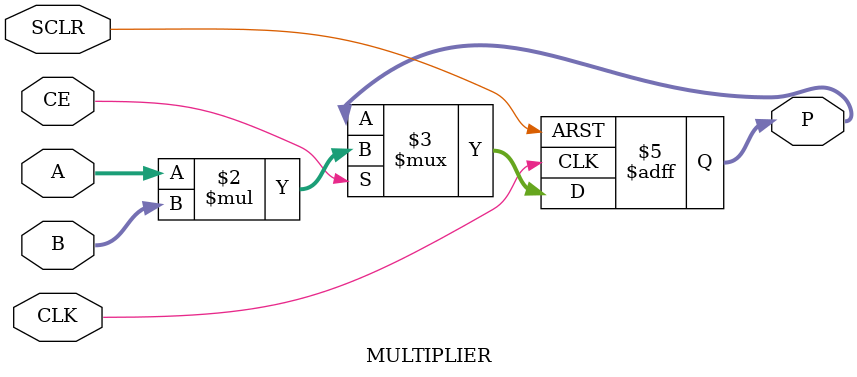
<source format=v>

`include "settings.v"

module MULTIPLIER (
	SCLR, CE, CLK, A, B, P
	);
	input SCLR;
	input CE;
	input CLK;
	input [31 : 0] A;
	input [31 : 0] B;
	output reg [63 : 0] P;

	always @(posedge CLK or posedge SCLR) begin
		if (SCLR)
		P <= 64'b0;
		else if (CE)
		P <= A * B;
	end

endmodule

</source>
